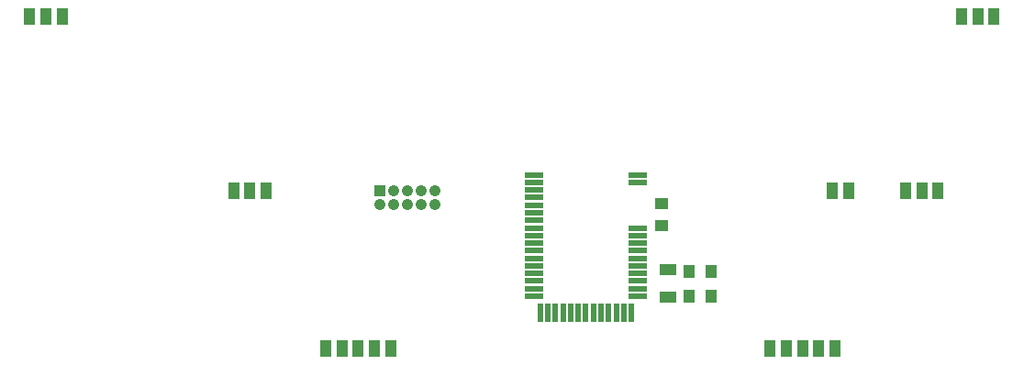
<source format=gbr>
G04 #@! TF.FileFunction,Soldermask,Bot*
%FSLAX46Y46*%
G04 Gerber Fmt 4.6, Leading zero omitted, Abs format (unit mm)*
G04 Created by KiCad (PCBNEW (2016-04-11 BZR 6687, Git f239aee)-product) date 4/21/2016 12:06:05 PM*
%MOMM*%
G01*
G04 APERTURE LIST*
%ADD10C,0.020000*%
%ADD11R,1.000000X1.250000*%
%ADD12R,1.250000X1.000000*%
%ADD13R,1.550000X1.000000*%
%ADD14R,1.000000X1.500000*%
%ADD15R,1.050000X1.050000*%
%ADD16C,1.050000*%
%ADD17R,1.700000X0.500000*%
%ADD18R,0.500000X1.700000*%
G04 APERTURE END LIST*
D10*
D11*
X79518000Y-40386000D03*
X81518000Y-40386000D03*
X79518000Y-42672000D03*
X81518000Y-42672000D03*
D12*
X76962000Y-36179000D03*
X76962000Y-34179000D03*
D13*
X77597000Y-42829000D03*
X77597000Y-40229000D03*
D14*
X92750000Y-33000000D03*
X94250000Y-33000000D03*
X52000000Y-47500000D03*
X49000000Y-47500000D03*
X50500000Y-47500000D03*
X47500000Y-47500000D03*
X46000000Y-47500000D03*
X93000000Y-47500000D03*
X90000000Y-47500000D03*
X91500000Y-47500000D03*
X88500000Y-47500000D03*
X87000000Y-47500000D03*
D15*
X51000000Y-33000000D03*
D16*
X52270000Y-33000000D03*
X53540000Y-33000000D03*
X54810000Y-33000000D03*
X56080000Y-33000000D03*
X52270000Y-34270000D03*
X53540000Y-34270000D03*
X54810000Y-34270000D03*
X56080000Y-34270000D03*
X51000000Y-34270000D03*
D14*
X39000000Y-33000000D03*
X37500000Y-33000000D03*
X40500000Y-33000000D03*
X101000000Y-33000000D03*
X99500000Y-33000000D03*
X102500000Y-33000000D03*
X106172000Y-16859000D03*
X107672000Y-16859000D03*
X104672000Y-16859000D03*
X20193000Y-16859000D03*
X21693000Y-16859000D03*
X18693000Y-16859000D03*
D17*
X65250000Y-31500000D03*
X65250000Y-37100000D03*
X65250000Y-36400000D03*
X65250000Y-35000000D03*
X65250000Y-35700000D03*
X65250000Y-32900000D03*
X65250000Y-32200000D03*
X65250000Y-33600000D03*
X65250000Y-34300000D03*
X65250000Y-39900000D03*
X65250000Y-39200000D03*
X65250000Y-37800000D03*
X65250000Y-38500000D03*
X65250000Y-41300000D03*
X65250000Y-40600000D03*
X65250000Y-42000000D03*
X65250000Y-42700000D03*
D18*
X65800000Y-44250000D03*
X70000000Y-44250000D03*
X69300000Y-44250000D03*
X67900000Y-44250000D03*
X68600000Y-44250000D03*
X67200000Y-44250000D03*
X66500000Y-44250000D03*
X70700000Y-44250000D03*
X71400000Y-44250000D03*
X72800000Y-44250000D03*
X72100000Y-44250000D03*
X73500000Y-44250000D03*
X74200000Y-44250000D03*
D17*
X74750000Y-42700000D03*
X74750000Y-42000000D03*
X74750000Y-39900000D03*
X74750000Y-37800000D03*
X74750000Y-40600000D03*
X74750000Y-41300000D03*
X74750000Y-39200000D03*
X74750000Y-38500000D03*
X74750000Y-36400000D03*
X74750000Y-37100000D03*
X74750000Y-32200000D03*
X74750000Y-31500000D03*
M02*

</source>
